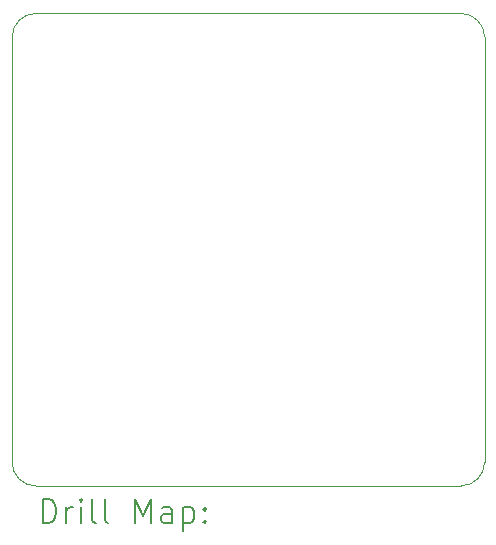
<source format=gbr>
%TF.GenerationSoftware,KiCad,Pcbnew,8.0.5*%
%TF.CreationDate,2024-10-07T10:05:36-05:00*%
%TF.ProjectId,DRV8323_BreakoutBoard,44525638-3332-4335-9f42-7265616b6f75,rev?*%
%TF.SameCoordinates,Original*%
%TF.FileFunction,Drillmap*%
%TF.FilePolarity,Positive*%
%FSLAX45Y45*%
G04 Gerber Fmt 4.5, Leading zero omitted, Abs format (unit mm)*
G04 Created by KiCad (PCBNEW 8.0.5) date 2024-10-07 10:05:36*
%MOMM*%
%LPD*%
G01*
G04 APERTURE LIST*
%ADD10C,0.050000*%
%ADD11C,0.200000*%
G04 APERTURE END LIST*
D10*
X4800000Y-5350000D02*
G75*
G02*
X5000000Y-5150000I200000J0D01*
G01*
X8600000Y-5150000D02*
G75*
G02*
X8800000Y-5350000I0J-200000D01*
G01*
X8800000Y-8950000D02*
G75*
G02*
X8600000Y-9150000I-200000J0D01*
G01*
X5000000Y-9150000D02*
G75*
G02*
X4800000Y-8950000I0J200000D01*
G01*
X8600000Y-9150000D02*
X5000000Y-9150000D01*
X8800000Y-5350000D02*
X8800000Y-8950000D01*
X4800000Y-8950000D02*
X4800000Y-5350000D01*
X5000000Y-5150000D02*
X8600000Y-5150000D01*
D11*
X5058277Y-9463984D02*
X5058277Y-9263984D01*
X5058277Y-9263984D02*
X5105896Y-9263984D01*
X5105896Y-9263984D02*
X5134467Y-9273508D01*
X5134467Y-9273508D02*
X5153515Y-9292555D01*
X5153515Y-9292555D02*
X5163039Y-9311603D01*
X5163039Y-9311603D02*
X5172563Y-9349698D01*
X5172563Y-9349698D02*
X5172563Y-9378270D01*
X5172563Y-9378270D02*
X5163039Y-9416365D01*
X5163039Y-9416365D02*
X5153515Y-9435412D01*
X5153515Y-9435412D02*
X5134467Y-9454460D01*
X5134467Y-9454460D02*
X5105896Y-9463984D01*
X5105896Y-9463984D02*
X5058277Y-9463984D01*
X5258277Y-9463984D02*
X5258277Y-9330650D01*
X5258277Y-9368746D02*
X5267801Y-9349698D01*
X5267801Y-9349698D02*
X5277324Y-9340174D01*
X5277324Y-9340174D02*
X5296372Y-9330650D01*
X5296372Y-9330650D02*
X5315420Y-9330650D01*
X5382086Y-9463984D02*
X5382086Y-9330650D01*
X5382086Y-9263984D02*
X5372563Y-9273508D01*
X5372563Y-9273508D02*
X5382086Y-9283031D01*
X5382086Y-9283031D02*
X5391610Y-9273508D01*
X5391610Y-9273508D02*
X5382086Y-9263984D01*
X5382086Y-9263984D02*
X5382086Y-9283031D01*
X5505896Y-9463984D02*
X5486848Y-9454460D01*
X5486848Y-9454460D02*
X5477324Y-9435412D01*
X5477324Y-9435412D02*
X5477324Y-9263984D01*
X5610658Y-9463984D02*
X5591610Y-9454460D01*
X5591610Y-9454460D02*
X5582086Y-9435412D01*
X5582086Y-9435412D02*
X5582086Y-9263984D01*
X5839229Y-9463984D02*
X5839229Y-9263984D01*
X5839229Y-9263984D02*
X5905896Y-9406841D01*
X5905896Y-9406841D02*
X5972562Y-9263984D01*
X5972562Y-9263984D02*
X5972562Y-9463984D01*
X6153515Y-9463984D02*
X6153515Y-9359222D01*
X6153515Y-9359222D02*
X6143991Y-9340174D01*
X6143991Y-9340174D02*
X6124943Y-9330650D01*
X6124943Y-9330650D02*
X6086848Y-9330650D01*
X6086848Y-9330650D02*
X6067801Y-9340174D01*
X6153515Y-9454460D02*
X6134467Y-9463984D01*
X6134467Y-9463984D02*
X6086848Y-9463984D01*
X6086848Y-9463984D02*
X6067801Y-9454460D01*
X6067801Y-9454460D02*
X6058277Y-9435412D01*
X6058277Y-9435412D02*
X6058277Y-9416365D01*
X6058277Y-9416365D02*
X6067801Y-9397317D01*
X6067801Y-9397317D02*
X6086848Y-9387793D01*
X6086848Y-9387793D02*
X6134467Y-9387793D01*
X6134467Y-9387793D02*
X6153515Y-9378270D01*
X6248753Y-9330650D02*
X6248753Y-9530650D01*
X6248753Y-9340174D02*
X6267801Y-9330650D01*
X6267801Y-9330650D02*
X6305896Y-9330650D01*
X6305896Y-9330650D02*
X6324943Y-9340174D01*
X6324943Y-9340174D02*
X6334467Y-9349698D01*
X6334467Y-9349698D02*
X6343991Y-9368746D01*
X6343991Y-9368746D02*
X6343991Y-9425889D01*
X6343991Y-9425889D02*
X6334467Y-9444936D01*
X6334467Y-9444936D02*
X6324943Y-9454460D01*
X6324943Y-9454460D02*
X6305896Y-9463984D01*
X6305896Y-9463984D02*
X6267801Y-9463984D01*
X6267801Y-9463984D02*
X6248753Y-9454460D01*
X6429705Y-9444936D02*
X6439229Y-9454460D01*
X6439229Y-9454460D02*
X6429705Y-9463984D01*
X6429705Y-9463984D02*
X6420182Y-9454460D01*
X6420182Y-9454460D02*
X6429705Y-9444936D01*
X6429705Y-9444936D02*
X6429705Y-9463984D01*
X6429705Y-9340174D02*
X6439229Y-9349698D01*
X6439229Y-9349698D02*
X6429705Y-9359222D01*
X6429705Y-9359222D02*
X6420182Y-9349698D01*
X6420182Y-9349698D02*
X6429705Y-9340174D01*
X6429705Y-9340174D02*
X6429705Y-9359222D01*
M02*

</source>
